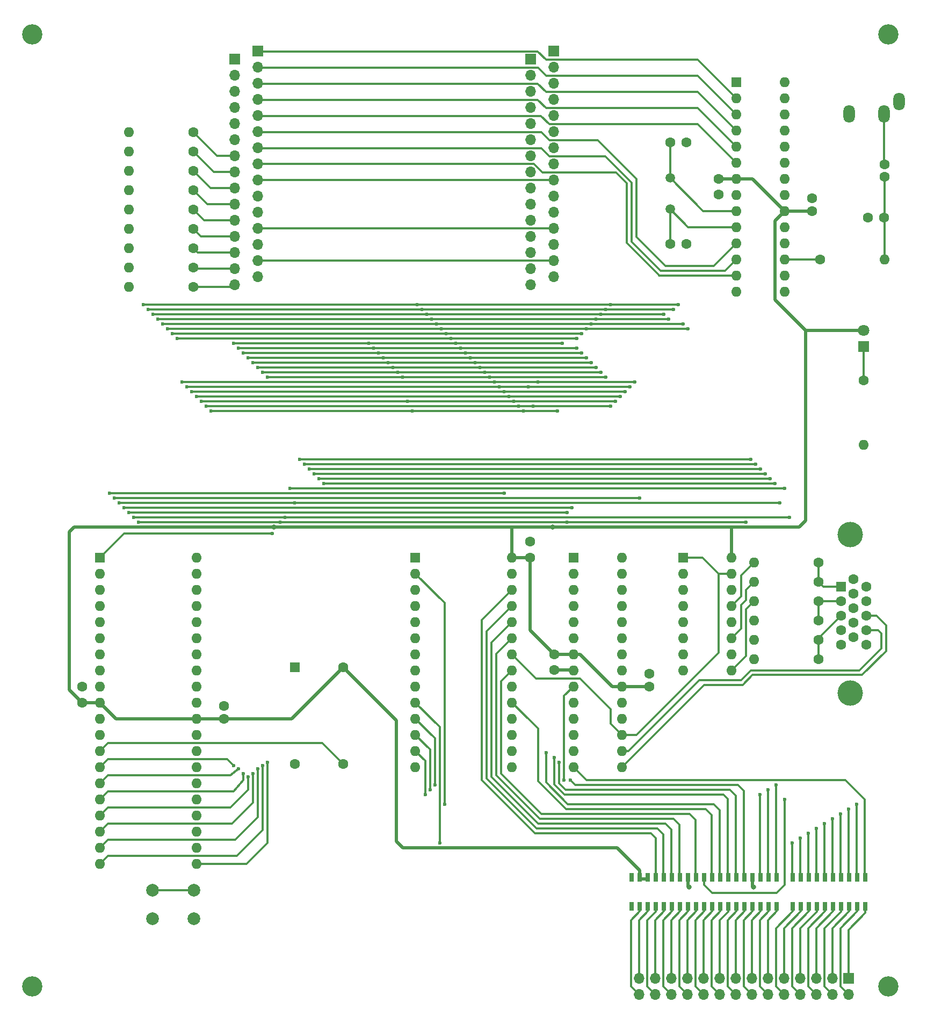
<source format=gbr>
%TF.GenerationSoftware,KiCad,Pcbnew,(5.99.0-7356-g63088e8bdb)*%
%TF.CreationDate,2020-12-15T21:08:53+08:00*%
%TF.ProjectId,DaughterBoard,44617567-6874-4657-9242-6f6172642e6b,rev?*%
%TF.SameCoordinates,Original*%
%TF.FileFunction,Copper,L1,Top*%
%TF.FilePolarity,Positive*%
%FSLAX46Y46*%
G04 Gerber Fmt 4.6, Leading zero omitted, Abs format (unit mm)*
G04 Created by KiCad (PCBNEW (5.99.0-7356-g63088e8bdb)) date 2020-12-15 21:08:53*
%MOMM*%
%LPD*%
G01*
G04 APERTURE LIST*
%TA.AperFunction,ComponentPad*%
%ADD10C,1.600000*%
%TD*%
%TA.AperFunction,ComponentPad*%
%ADD11O,1.600000X1.600000*%
%TD*%
%TA.AperFunction,ComponentPad*%
%ADD12C,3.200000*%
%TD*%
%TA.AperFunction,ComponentPad*%
%ADD13C,2.000000*%
%TD*%
%TA.AperFunction,ComponentPad*%
%ADD14R,1.600000X1.600000*%
%TD*%
%TA.AperFunction,ComponentPad*%
%ADD15R,1.700000X1.700000*%
%TD*%
%TA.AperFunction,ComponentPad*%
%ADD16O,1.700000X1.700000*%
%TD*%
%TA.AperFunction,SMDPad,CuDef*%
%ADD17R,0.660000X1.350000*%
%TD*%
%TA.AperFunction,ComponentPad*%
%ADD18C,1.500000*%
%TD*%
%TA.AperFunction,ComponentPad*%
%ADD19R,1.800000X1.800000*%
%TD*%
%TA.AperFunction,ComponentPad*%
%ADD20C,1.800000*%
%TD*%
%TA.AperFunction,ComponentPad*%
%ADD21O,1.800000X2.800000*%
%TD*%
%TA.AperFunction,ComponentPad*%
%ADD22C,4.000000*%
%TD*%
%TA.AperFunction,ViaPad*%
%ADD23C,0.800000*%
%TD*%
%TA.AperFunction,ViaPad*%
%ADD24C,0.600000*%
%TD*%
%TA.AperFunction,Conductor*%
%ADD25C,0.500000*%
%TD*%
%TA.AperFunction,Conductor*%
%ADD26C,0.300000*%
%TD*%
G04 APERTURE END LIST*
D10*
%TO.P,R13,1*%
%TO.N,BLUE*%
X153924000Y-126492000D03*
D11*
%TO.P,R13,2*%
%TO.N,Net-(R13-Pad2)*%
X143764000Y-126492000D03*
%TD*%
D10*
%TO.P,R7,1*%
%TO.N,/A010*%
X55372000Y-58674000D03*
D11*
%TO.P,R7,2*%
%TO.N,GND*%
X45212000Y-58674000D03*
%TD*%
D12*
%TO.P,H3,1,1*%
%TO.N,GND*%
X29973000Y-181102000D03*
%TD*%
D13*
%TO.P,SW1,1,1*%
%TO.N,GND*%
X48945800Y-170463600D03*
X55445800Y-170463600D03*
%TO.P,SW1,2,2*%
%TO.N,RESET*%
X55445800Y-165963600D03*
X48945800Y-165963600D03*
%TD*%
D14*
%TO.P,U1,1,~RESET~/PC6*%
%TO.N,RESET*%
X140970000Y-38608000D03*
D11*
%TO.P,U1,2,PD0*%
%TO.N,/D00*%
X140970000Y-41148000D03*
%TO.P,U1,3,PD1*%
%TO.N,/D01*%
X140970000Y-43688000D03*
%TO.P,U1,4,PD2*%
%TO.N,/D02*%
X140970000Y-46228000D03*
%TO.P,U1,5,PD3*%
%TO.N,/D03*%
X140970000Y-48768000D03*
%TO.P,U1,6,PD4*%
%TO.N,/D04*%
X140970000Y-51308000D03*
%TO.P,U1,7,VCC*%
%TO.N,+5V*%
X140970000Y-53848000D03*
%TO.P,U1,8,GND*%
%TO.N,GND*%
X140970000Y-56388000D03*
%TO.P,U1,9,XTAL1/PB6*%
%TO.N,XTAL1*%
X140970000Y-58928000D03*
%TO.P,U1,10,XTAL2/PB7*%
%TO.N,XTAL2*%
X140970000Y-61468000D03*
%TO.P,U1,11,PD5*%
%TO.N,/D05*%
X140970000Y-64008000D03*
%TO.P,U1,12,PD6*%
%TO.N,/D06*%
X140970000Y-66548000D03*
%TO.P,U1,13,PD7*%
%TO.N,/D07*%
X140970000Y-69088000D03*
%TO.P,U1,14,PB0*%
%TO.N,no_connect_114*%
X140970000Y-71628000D03*
%TO.P,U1,15,PB1*%
%TO.N,/RW*%
X148590000Y-71628000D03*
%TO.P,U1,16,PB2*%
%TO.N,/PORT1B*%
X148590000Y-69088000D03*
%TO.P,U1,17,PB3*%
%TO.N,AUDIO*%
X148590000Y-66548000D03*
%TO.P,U1,18,PB4*%
%TO.N,/CLOCK*%
X148590000Y-64008000D03*
%TO.P,U1,19,PB5*%
%TO.N,no_connect_115*%
X148590000Y-61468000D03*
%TO.P,U1,20,AVCC*%
%TO.N,+5V*%
X148590000Y-58928000D03*
%TO.P,U1,21,AREF*%
%TO.N,GND*%
X148590000Y-56388000D03*
%TO.P,U1,22,GND*%
X148590000Y-53848000D03*
%TO.P,U1,23,PC0*%
%TO.N,/A00*%
X148590000Y-51308000D03*
%TO.P,U1,24,PC1*%
%TO.N,/A01*%
X148590000Y-48768000D03*
%TO.P,U1,25,PC2*%
%TO.N,/A02*%
X148590000Y-46228000D03*
%TO.P,U1,26,PC3*%
%TO.N,/A03*%
X148590000Y-43688000D03*
%TO.P,U1,27,PC4*%
%TO.N,/A04*%
X148590000Y-41148000D03*
%TO.P,U1,28,PC5*%
%TO.N,/A05*%
X148590000Y-38608000D03*
%TD*%
D14*
%TO.P,X1,1,NC*%
%TO.N,no_connect_121*%
X71374000Y-130810000D03*
D10*
%TO.P,X1,7,GND*%
%TO.N,GND*%
X71374000Y-146050000D03*
%TO.P,X1,8,OUT*%
%TO.N,CLOCK2*%
X78994000Y-146050000D03*
%TO.P,X1,14,Vcc*%
%TO.N,+5V*%
X78994000Y-130810000D03*
%TD*%
D15*
%TO.P,J2,1,Pin_1*%
%TO.N,Net-(J1-Pad2)*%
X158660000Y-179832000D03*
D16*
%TO.P,J2,2,Pin_2*%
%TO.N,Net-(J1-Pad4)*%
X158660000Y-182372000D03*
%TO.P,J2,3,Pin_3*%
%TO.N,Net-(J1-Pad6)*%
X156120000Y-179832000D03*
%TO.P,J2,4,Pin_4*%
%TO.N,Net-(J1-Pad8)*%
X156120000Y-182372000D03*
%TO.P,J2,5,Pin_5*%
%TO.N,Net-(J1-Pad10)*%
X153580000Y-179832000D03*
%TO.P,J2,6,Pin_6*%
%TO.N,Net-(J1-Pad12)*%
X153580000Y-182372000D03*
%TO.P,J2,7,Pin_7*%
%TO.N,Net-(J1-Pad14)*%
X151040000Y-179832000D03*
%TO.P,J2,8,Pin_8*%
%TO.N,Net-(J1-Pad16)*%
X151040000Y-182372000D03*
%TO.P,J2,9,Pin_9*%
%TO.N,Net-(J1-Pad18)*%
X148500000Y-179832000D03*
%TO.P,J2,10,Pin_10*%
%TO.N,Net-(J1-Pad20)*%
X148500000Y-182372000D03*
%TO.P,J2,11,Pin_11*%
%TO.N,Net-(J1-Pad24)*%
X145960000Y-179832000D03*
%TO.P,J2,12,Pin_12*%
%TO.N,Net-(J1-Pad26)*%
X145960000Y-182372000D03*
%TO.P,J2,13,Pin_13*%
%TO.N,Net-(J1-Pad28)*%
X143420000Y-179832000D03*
%TO.P,J2,14,Pin_14*%
%TO.N,Net-(J1-Pad30)*%
X143420000Y-182372000D03*
%TO.P,J2,15,Pin_15*%
%TO.N,Net-(J1-Pad32)*%
X140880000Y-179832000D03*
%TO.P,J2,16,Pin_16*%
%TO.N,Net-(J1-Pad34)*%
X140880000Y-182372000D03*
%TO.P,J2,17,Pin_17*%
%TO.N,Net-(J1-Pad36)*%
X138340000Y-179832000D03*
%TO.P,J2,18,Pin_18*%
%TO.N,Net-(J1-Pad38)*%
X138340000Y-182372000D03*
%TO.P,J2,19,Pin_19*%
%TO.N,Net-(J1-Pad40)*%
X135800000Y-179832000D03*
%TO.P,J2,20,Pin_20*%
%TO.N,Net-(J1-Pad42)*%
X135800000Y-182372000D03*
%TO.P,J2,21,Pin_21*%
%TO.N,Net-(J1-Pad44)*%
X133260000Y-179832000D03*
%TO.P,J2,22,Pin_22*%
%TO.N,Net-(J1-Pad46)*%
X133260000Y-182372000D03*
%TO.P,J2,23,Pin_23*%
%TO.N,Net-(J1-Pad48)*%
X130720000Y-179832000D03*
%TO.P,J2,24,Pin_24*%
%TO.N,Net-(J1-Pad50)*%
X130720000Y-182372000D03*
%TO.P,J2,25,Pin_25*%
%TO.N,Net-(J1-Pad52)*%
X128180000Y-179832000D03*
%TO.P,J2,26,Pin_26*%
%TO.N,Net-(J1-Pad54)*%
X128180000Y-182372000D03*
%TO.P,J2,27,Pin_27*%
%TO.N,Net-(J1-Pad56)*%
X125640000Y-179832000D03*
%TO.P,J2,28,Pin_28*%
%TO.N,Net-(J1-Pad58)*%
X125640000Y-182372000D03*
%TD*%
D10*
%TO.P,C9,1*%
%TO.N,+5V*%
X127254000Y-133858000D03*
%TO.P,C9,2*%
%TO.N,GND*%
X127254000Y-131858000D03*
%TD*%
%TO.P,C10,1*%
%TO.N,+5V*%
X112268000Y-128778000D03*
%TO.P,C10,2*%
%TO.N,GND*%
X112268000Y-131278000D03*
%TD*%
%TO.P,R16,1*%
%TO.N,RED*%
X153924000Y-117348000D03*
D11*
%TO.P,R16,2*%
%TO.N,Net-(R16-Pad2)*%
X143764000Y-117348000D03*
%TD*%
D17*
%TO.P,J1,1,Pin_1*%
%TO.N,/A14*%
X161327000Y-163957000D03*
%TO.P,J1,2,Pin_2*%
%TO.N,Net-(J1-Pad2)*%
X161327000Y-168557000D03*
%TO.P,J1,3,Pin_3*%
%TO.N,/A12*%
X160057000Y-163957000D03*
%TO.P,J1,4,Pin_4*%
%TO.N,Net-(J1-Pad4)*%
X160057000Y-168557000D03*
%TO.P,J1,5,Pin_5*%
%TO.N,/A7*%
X158787000Y-163957000D03*
%TO.P,J1,6,Pin_6*%
%TO.N,Net-(J1-Pad6)*%
X158787000Y-168557000D03*
%TO.P,J1,7,Pin_7*%
%TO.N,/A6*%
X157517000Y-163957000D03*
%TO.P,J1,8,Pin_8*%
%TO.N,Net-(J1-Pad8)*%
X157517000Y-168557000D03*
%TO.P,J1,9,Pin_9*%
%TO.N,/A5*%
X156247000Y-163957000D03*
%TO.P,J1,10,Pin_10*%
%TO.N,Net-(J1-Pad10)*%
X156247000Y-168557000D03*
%TO.P,J1,11,Pin_11*%
%TO.N,/A4*%
X154977000Y-163957000D03*
%TO.P,J1,12,Pin_12*%
%TO.N,Net-(J1-Pad12)*%
X154977000Y-168557000D03*
%TO.P,J1,13,Pin_13*%
%TO.N,/A3*%
X153707000Y-163957000D03*
%TO.P,J1,14,Pin_14*%
%TO.N,Net-(J1-Pad14)*%
X153707000Y-168557000D03*
%TO.P,J1,15,Pin_15*%
%TO.N,/A2*%
X152437000Y-163957000D03*
%TO.P,J1,16,Pin_16*%
%TO.N,Net-(J1-Pad16)*%
X152437000Y-168557000D03*
%TO.P,J1,17,Pin_17*%
%TO.N,/A1*%
X151167000Y-163957000D03*
%TO.P,J1,18,Pin_18*%
%TO.N,Net-(J1-Pad18)*%
X151167000Y-168557000D03*
%TO.P,J1,19,Pin_19*%
%TO.N,/A0*%
X149897000Y-163957000D03*
%TO.P,J1,20,Pin_20*%
%TO.N,Net-(J1-Pad20)*%
X149897000Y-168557000D03*
%TO.P,J1,23,Pin_23*%
%TO.N,/D0*%
X147357000Y-163957000D03*
%TO.P,J1,24,Pin_24*%
%TO.N,Net-(J1-Pad24)*%
X147357000Y-168557000D03*
%TO.P,J1,25,Pin_25*%
%TO.N,/D1*%
X146087000Y-163957000D03*
%TO.P,J1,26,Pin_26*%
%TO.N,Net-(J1-Pad26)*%
X146087000Y-168557000D03*
%TO.P,J1,27,Pin_27*%
%TO.N,/D2*%
X144817000Y-163957000D03*
%TO.P,J1,28,Pin_28*%
%TO.N,Net-(J1-Pad28)*%
X144817000Y-168557000D03*
%TO.P,J1,29,Pin_29*%
%TO.N,GND*%
X143547000Y-163957000D03*
%TO.P,J1,30,Pin_30*%
%TO.N,Net-(J1-Pad30)*%
X143547000Y-168557000D03*
%TO.P,J1,31,Pin_31*%
%TO.N,/D3*%
X142277000Y-163957000D03*
%TO.P,J1,32,Pin_32*%
%TO.N,Net-(J1-Pad32)*%
X142277000Y-168557000D03*
%TO.P,J1,33,Pin_33*%
%TO.N,/D4*%
X141007000Y-163957000D03*
%TO.P,J1,34,Pin_34*%
%TO.N,Net-(J1-Pad34)*%
X141007000Y-168557000D03*
%TO.P,J1,35,Pin_35*%
%TO.N,/D5*%
X139737000Y-163957000D03*
%TO.P,J1,36,Pin_36*%
%TO.N,Net-(J1-Pad36)*%
X139737000Y-168557000D03*
%TO.P,J1,37,Pin_37*%
%TO.N,/D6*%
X138467000Y-163957000D03*
%TO.P,J1,38,Pin_38*%
%TO.N,Net-(J1-Pad38)*%
X138467000Y-168557000D03*
%TO.P,J1,39,Pin_39*%
%TO.N,/D7*%
X137197000Y-163957000D03*
%TO.P,J1,40,Pin_40*%
%TO.N,Net-(J1-Pad40)*%
X137197000Y-168557000D03*
%TO.P,J1,41,Pin_41*%
%TO.N,ROMB*%
X135927000Y-163957000D03*
%TO.P,J1,42,Pin_42*%
%TO.N,Net-(J1-Pad42)*%
X135927000Y-168557000D03*
%TO.P,J1,43,Pin_43*%
%TO.N,/A10*%
X134657000Y-163957000D03*
%TO.P,J1,44,Pin_44*%
%TO.N,Net-(J1-Pad44)*%
X134657000Y-168557000D03*
%TO.P,J1,45,Pin_45*%
%TO.N,GND*%
X133387000Y-163957000D03*
%TO.P,J1,46,Pin_46*%
%TO.N,Net-(J1-Pad46)*%
X133387000Y-168557000D03*
%TO.P,J1,47,Pin_47*%
%TO.N,/A11*%
X132117000Y-163957000D03*
%TO.P,J1,48,Pin_48*%
%TO.N,Net-(J1-Pad48)*%
X132117000Y-168557000D03*
%TO.P,J1,49,Pin_49*%
%TO.N,/A9*%
X130847000Y-163957000D03*
%TO.P,J1,50,Pin_50*%
%TO.N,Net-(J1-Pad50)*%
X130847000Y-168557000D03*
%TO.P,J1,51,Pin_51*%
%TO.N,/A8*%
X129577000Y-163957000D03*
%TO.P,J1,52,Pin_52*%
%TO.N,Net-(J1-Pad52)*%
X129577000Y-168557000D03*
%TO.P,J1,53,Pin_53*%
%TO.N,/A13*%
X128307000Y-163957000D03*
%TO.P,J1,54,Pin_54*%
%TO.N,Net-(J1-Pad54)*%
X128307000Y-168557000D03*
%TO.P,J1,55,Pin_55*%
%TO.N,+5V*%
X127037000Y-163957000D03*
%TO.P,J1,56,Pin_56*%
%TO.N,Net-(J1-Pad56)*%
X127037000Y-168557000D03*
%TO.P,J1,57,Pin_57*%
%TO.N,+5V*%
X125767000Y-163957000D03*
%TO.P,J1,58,Pin_58*%
%TO.N,Net-(J1-Pad58)*%
X125767000Y-168557000D03*
%TO.P,J1,59,Pin_59*%
%TO.N,no_connect_107*%
X124497000Y-163957000D03*
%TO.P,J1,60,Pin_60*%
%TO.N,no_connect_108*%
X124497000Y-168557000D03*
%TD*%
D18*
%TO.P,Y1,1,1*%
%TO.N,XTAL2*%
X130556000Y-58637000D03*
%TO.P,Y1,2,2*%
%TO.N,XTAL1*%
X130556000Y-53737000D03*
%TD*%
D19*
%TO.P,D1,1,K*%
%TO.N,Net-(D1-Pad1)*%
X161036000Y-80264000D03*
D20*
%TO.P,D1,2,A*%
%TO.N,+5V*%
X161036000Y-77724000D03*
%TD*%
D10*
%TO.P,R14,1*%
%TO.N,GREEN*%
X153924000Y-123444000D03*
D11*
%TO.P,R14,2*%
%TO.N,Net-(R14-Pad2)*%
X143764000Y-123444000D03*
%TD*%
D10*
%TO.P,R15,1*%
%TO.N,GREEN*%
X153924000Y-120396000D03*
D11*
%TO.P,R15,2*%
%TO.N,Net-(R15-Pad2)*%
X143764000Y-120396000D03*
%TD*%
D14*
%TO.P,U4,1,~RESET~/PC6*%
%TO.N,RESET*%
X115276000Y-113538000D03*
D11*
%TO.P,U4,2,PD0*%
%TO.N,/A0*%
X115276000Y-116078000D03*
%TO.P,U4,3,PD1*%
%TO.N,/A1*%
X115276000Y-118618000D03*
%TO.P,U4,4,PD2*%
%TO.N,/A2*%
X115276000Y-121158000D03*
%TO.P,U4,5,PD3*%
%TO.N,/A3*%
X115276000Y-123698000D03*
%TO.P,U4,6,PD4*%
%TO.N,/A4*%
X115276000Y-126238000D03*
%TO.P,U4,7,VCC*%
%TO.N,+5V*%
X115276000Y-128778000D03*
%TO.P,U4,8,GND*%
%TO.N,GND*%
X115276000Y-131318000D03*
%TO.P,U4,9,XTAL1/PB6*%
%TO.N,CLOCK2*%
X115276000Y-133858000D03*
%TO.P,U4,10,XTAL2/PB7*%
%TO.N,no_connect_119*%
X115276000Y-136398000D03*
%TO.P,U4,11,PD5*%
%TO.N,/A5*%
X115276000Y-138938000D03*
%TO.P,U4,12,PD6*%
%TO.N,/A6*%
X115276000Y-141478000D03*
%TO.P,U4,13,PD7*%
%TO.N,/A7*%
X115276000Y-144018000D03*
%TO.P,U4,14,PB0*%
%TO.N,/A14*%
X115276000Y-146558000D03*
%TO.P,U4,15,PB1*%
%TO.N,HSYNC*%
X122896000Y-146558000D03*
%TO.P,U4,16,PB2*%
%TO.N,VSYNC*%
X122896000Y-144018000D03*
%TO.P,U4,17,PB3*%
%TO.N,HLINE*%
X122896000Y-141478000D03*
%TO.P,U4,18,PB4*%
%TO.N,VBLANK*%
X122896000Y-138938000D03*
%TO.P,U4,19,PB5*%
%TO.N,no_connect_120*%
X122896000Y-136398000D03*
%TO.P,U4,20,AVCC*%
%TO.N,+5V*%
X122896000Y-133858000D03*
%TO.P,U4,21,AREF*%
%TO.N,GND*%
X122896000Y-131318000D03*
%TO.P,U4,22,GND*%
X122896000Y-128778000D03*
%TO.P,U4,23,PC0*%
%TO.N,/A8*%
X122896000Y-126238000D03*
%TO.P,U4,24,PC1*%
%TO.N,/A9*%
X122896000Y-123698000D03*
%TO.P,U4,25,PC2*%
%TO.N,/A10*%
X122896000Y-121158000D03*
%TO.P,U4,26,PC3*%
%TO.N,/A11*%
X122896000Y-118618000D03*
%TO.P,U4,27,PC4*%
%TO.N,/A12*%
X122896000Y-116078000D03*
%TO.P,U4,28,PC5*%
%TO.N,/A13*%
X122896000Y-113538000D03*
%TD*%
D10*
%TO.P,R17,1*%
%TO.N,RED*%
X153924000Y-114300000D03*
D11*
%TO.P,R17,2*%
%TO.N,Net-(R17-Pad2)*%
X143764000Y-114300000D03*
%TD*%
D10*
%TO.P,R6,1*%
%TO.N,/A09*%
X55372000Y-55626000D03*
D11*
%TO.P,R6,2*%
%TO.N,GND*%
X45212000Y-55626000D03*
%TD*%
D14*
%TO.P,U2,1,PB0*%
%TO.N,ROMB*%
X40640000Y-113538000D03*
D11*
%TO.P,U2,2,PB1*%
%TO.N,WRAM*%
X40640000Y-116078000D03*
%TO.P,U2,3,PB2*%
%TO.N,VBLANK*%
X40640000Y-118618000D03*
%TO.P,U2,4,PB3*%
%TO.N,/RW*%
X40640000Y-121158000D03*
%TO.P,U2,5,PB4*%
%TO.N,/PORT2B*%
X40640000Y-123698000D03*
%TO.P,U2,6,PB5*%
%TO.N,/NMIB*%
X40640000Y-126238000D03*
%TO.P,U2,7,PB6*%
%TO.N,/CLOCK*%
X40640000Y-128778000D03*
%TO.P,U2,8,PB7*%
%TO.N,no_connect_118*%
X40640000Y-131318000D03*
%TO.P,U2,9,~RESET*%
%TO.N,RESET*%
X40640000Y-133858000D03*
%TO.P,U2,10,VCC*%
%TO.N,+5V*%
X40640000Y-136398000D03*
%TO.P,U2,11,GND*%
%TO.N,GND*%
X40640000Y-138938000D03*
%TO.P,U2,12,XTAL2*%
%TO.N,no_connect_116*%
X40640000Y-141478000D03*
%TO.P,U2,13,XTAL1*%
%TO.N,CLOCK2*%
X40640000Y-144018000D03*
%TO.P,U2,14,PD0*%
%TO.N,/A0*%
X40640000Y-146558000D03*
%TO.P,U2,15,PD1*%
%TO.N,/A1*%
X40640000Y-149098000D03*
%TO.P,U2,16,PD2*%
%TO.N,/A2*%
X40640000Y-151638000D03*
%TO.P,U2,17,PD3*%
%TO.N,/A3*%
X40640000Y-154178000D03*
%TO.P,U2,18,PD4*%
%TO.N,/A4*%
X40640000Y-156718000D03*
%TO.P,U2,19,PD5*%
%TO.N,/A5*%
X40640000Y-159258000D03*
%TO.P,U2,20,PD6*%
%TO.N,/A6*%
X40640000Y-161798000D03*
%TO.P,U2,21,PD7*%
%TO.N,/A7*%
X55880000Y-161798000D03*
%TO.P,U2,22,PC0*%
%TO.N,/D0*%
X55880000Y-159258000D03*
%TO.P,U2,23,PC1*%
%TO.N,/D1*%
X55880000Y-156718000D03*
%TO.P,U2,24,PC2*%
%TO.N,/D2*%
X55880000Y-154178000D03*
%TO.P,U2,25,PC3*%
%TO.N,/D3*%
X55880000Y-151638000D03*
%TO.P,U2,26,PC4*%
%TO.N,/D4*%
X55880000Y-149098000D03*
%TO.P,U2,27,PC5*%
%TO.N,/D5*%
X55880000Y-146558000D03*
%TO.P,U2,28,PC6*%
%TO.N,/D6*%
X55880000Y-144018000D03*
%TO.P,U2,29,PC7*%
%TO.N,/D7*%
X55880000Y-141478000D03*
%TO.P,U2,30,AVCC*%
%TO.N,+5V*%
X55880000Y-138938000D03*
%TO.P,U2,31,GND*%
%TO.N,GND*%
X55880000Y-136398000D03*
%TO.P,U2,32,AREF*%
X55880000Y-133858000D03*
%TO.P,U2,33,PA7*%
%TO.N,no_connect_117*%
X55880000Y-131318000D03*
%TO.P,U2,34,PA6*%
%TO.N,/A14*%
X55880000Y-128778000D03*
%TO.P,U2,35,PA5*%
%TO.N,/A13*%
X55880000Y-126238000D03*
%TO.P,U2,36,PA4*%
%TO.N,/A12*%
X55880000Y-123698000D03*
%TO.P,U2,37,PA3*%
%TO.N,/A11*%
X55880000Y-121158000D03*
%TO.P,U2,38,PA2*%
%TO.N,/A10*%
X55880000Y-118618000D03*
%TO.P,U2,39,PA1*%
%TO.N,/A9*%
X55880000Y-116078000D03*
%TO.P,U2,40,PA0*%
%TO.N,/A8*%
X55880000Y-113538000D03*
%TD*%
D10*
%TO.P,R9,1*%
%TO.N,/A012*%
X55372000Y-64770000D03*
D11*
%TO.P,R9,2*%
%TO.N,GND*%
X45212000Y-64770000D03*
%TD*%
D12*
%TO.P,H4,1,1*%
%TO.N,GND*%
X164973000Y-181102000D03*
%TD*%
D10*
%TO.P,R8,1*%
%TO.N,/A011*%
X55372000Y-61722000D03*
D11*
%TO.P,R8,2*%
%TO.N,GND*%
X45212000Y-61722000D03*
%TD*%
D21*
%TO.P,J5,R*%
%TO.N,N/C*%
X158724000Y-43656000D03*
%TO.P,J5,S*%
%TO.N,GND*%
X166624000Y-41656000D03*
%TO.P,J5,T*%
%TO.N,Net-(C6-Pad1)*%
X164224000Y-43656000D03*
%TD*%
D10*
%TO.P,C5,1*%
%TO.N,Net-(C5-Pad1)*%
X164219321Y-59954905D03*
%TO.P,C5,2*%
%TO.N,GND*%
X161719321Y-59954905D03*
%TD*%
%TO.P,C6,1*%
%TO.N,Net-(C6-Pad1)*%
X164338000Y-51562000D03*
%TO.P,C6,2*%
%TO.N,Net-(C5-Pad1)*%
X164338000Y-53562000D03*
%TD*%
%TO.P,R11,1*%
%TO.N,/A014*%
X55372000Y-70866000D03*
D11*
%TO.P,R11,2*%
%TO.N,GND*%
X45212000Y-70866000D03*
%TD*%
D10*
%TO.P,C4,1*%
%TO.N,+5V*%
X138176000Y-53848000D03*
%TO.P,C4,2*%
%TO.N,GND*%
X138176000Y-56348000D03*
%TD*%
%TO.P,R2,1*%
%TO.N,AUDIO*%
X154200401Y-66548000D03*
D11*
%TO.P,R2,2*%
%TO.N,Net-(C5-Pad1)*%
X164360401Y-66548000D03*
%TD*%
D22*
%TO.P,J6,0*%
%TO.N,GND*%
X158900000Y-134925000D03*
X158900000Y-109925000D03*
D14*
%TO.P,J6,1*%
%TO.N,RED*%
X157480000Y-118110000D03*
D10*
%TO.P,J6,2*%
%TO.N,GREEN*%
X157480000Y-120400000D03*
%TO.P,J6,3*%
%TO.N,BLUE*%
X157480000Y-122690000D03*
%TO.P,J6,4*%
%TO.N,no_connect_113*%
X157480000Y-124980000D03*
%TO.P,J6,5*%
%TO.N,GND*%
X157480000Y-127270000D03*
%TO.P,J6,6*%
X159460000Y-116965000D03*
%TO.P,J6,7*%
X159460000Y-119255000D03*
%TO.P,J6,8*%
X159460000Y-121545000D03*
%TO.P,J6,9*%
X159460000Y-123835000D03*
%TO.P,J6,10*%
X159460000Y-126125000D03*
%TO.P,J6,11*%
%TO.N,no_connect_110*%
X161440000Y-118110000D03*
%TO.P,J6,12*%
%TO.N,no_connect_111*%
X161440000Y-120400000D03*
%TO.P,J6,13*%
%TO.N,HSYNC*%
X161440000Y-122690000D03*
%TO.P,J6,14*%
%TO.N,VSYNC*%
X161440000Y-124980000D03*
%TO.P,J6,15*%
%TO.N,no_connect_112*%
X161440000Y-127270000D03*
%TD*%
%TO.P,R4,1*%
%TO.N,/A07*%
X55372000Y-49530000D03*
D11*
%TO.P,R4,2*%
%TO.N,GND*%
X45212000Y-49530000D03*
%TD*%
D10*
%TO.P,C12,1*%
%TO.N,+5V*%
X108458000Y-113538000D03*
%TO.P,C12,2*%
%TO.N,GND*%
X108458000Y-111038000D03*
%TD*%
%TO.P,R1,1*%
%TO.N,Net-(D1-Pad1)*%
X161036000Y-85598000D03*
D11*
%TO.P,R1,2*%
%TO.N,GND*%
X161036000Y-95758000D03*
%TD*%
D10*
%TO.P,R10,1*%
%TO.N,/A013*%
X55372000Y-67818000D03*
D11*
%TO.P,R10,2*%
%TO.N,GND*%
X45212000Y-67818000D03*
%TD*%
D10*
%TO.P,C3,1*%
%TO.N,+5V*%
X152908000Y-58928000D03*
%TO.P,C3,2*%
%TO.N,GND*%
X152908000Y-56928000D03*
%TD*%
%TO.P,C8,1*%
%TO.N,XTAL1*%
X130556000Y-48149000D03*
%TO.P,C8,2*%
%TO.N,GND*%
X133056000Y-48149000D03*
%TD*%
D14*
%TO.P,U5,1,A14*%
%TO.N,/A14*%
X90364000Y-113538000D03*
D11*
%TO.P,U5,2,A12*%
%TO.N,/A12*%
X90364000Y-116078000D03*
%TO.P,U5,3,A7*%
%TO.N,/A7*%
X90364000Y-118618000D03*
%TO.P,U5,4,A6*%
%TO.N,/A6*%
X90364000Y-121158000D03*
%TO.P,U5,5,A5*%
%TO.N,/A5*%
X90364000Y-123698000D03*
%TO.P,U5,6,A4*%
%TO.N,/A4*%
X90364000Y-126238000D03*
%TO.P,U5,7,A3*%
%TO.N,/A3*%
X90364000Y-128778000D03*
%TO.P,U5,8,A2*%
%TO.N,/A2*%
X90364000Y-131318000D03*
%TO.P,U5,9,A1*%
%TO.N,/A1*%
X90364000Y-133858000D03*
%TO.P,U5,10,A0*%
%TO.N,/A0*%
X90364000Y-136398000D03*
%TO.P,U5,11,Q0*%
%TO.N,/D0*%
X90364000Y-138938000D03*
%TO.P,U5,12,Q1*%
%TO.N,/D1*%
X90364000Y-141478000D03*
%TO.P,U5,13,Q2*%
%TO.N,/D2*%
X90364000Y-144018000D03*
%TO.P,U5,14,GND*%
%TO.N,GND*%
X90364000Y-146558000D03*
%TO.P,U5,15,Q3*%
%TO.N,/D3*%
X105604000Y-146558000D03*
%TO.P,U5,16,Q4*%
%TO.N,/D4*%
X105604000Y-144018000D03*
%TO.P,U5,17,Q5*%
%TO.N,/D5*%
X105604000Y-141478000D03*
%TO.P,U5,18,Q6*%
%TO.N,/D6*%
X105604000Y-138938000D03*
%TO.P,U5,19,Q7*%
%TO.N,/D7*%
X105604000Y-136398000D03*
%TO.P,U5,20,~CS*%
%TO.N,GND*%
X105604000Y-133858000D03*
%TO.P,U5,21,A10*%
%TO.N,/A10*%
X105604000Y-131318000D03*
%TO.P,U5,22,~OE*%
%TO.N,HLINE*%
X105604000Y-128778000D03*
%TO.P,U5,23,A11*%
%TO.N,/A11*%
X105604000Y-126238000D03*
%TO.P,U5,24,A9*%
%TO.N,/A9*%
X105604000Y-123698000D03*
%TO.P,U5,25,A8*%
%TO.N,/A8*%
X105604000Y-121158000D03*
%TO.P,U5,26,A13*%
%TO.N,/A13*%
X105604000Y-118618000D03*
%TO.P,U5,27,~WE*%
%TO.N,WRAM*%
X105604000Y-116078000D03*
%TO.P,U5,28,VCC*%
%TO.N,+5V*%
X105604000Y-113538000D03*
%TD*%
D10*
%TO.P,R3,1*%
%TO.N,/A06*%
X55372000Y-46482000D03*
D11*
%TO.P,R3,2*%
%TO.N,GND*%
X45212000Y-46482000D03*
%TD*%
D10*
%TO.P,R12,1*%
%TO.N,BLUE*%
X153924000Y-129540000D03*
D11*
%TO.P,R12,2*%
%TO.N,Net-(R12-Pad2)*%
X143764000Y-129540000D03*
%TD*%
D12*
%TO.P,H2,1,1*%
%TO.N,GND*%
X29973000Y-31102000D03*
%TD*%
D10*
%TO.P,C11,1*%
%TO.N,+5V*%
X60198000Y-138938000D03*
%TO.P,C11,2*%
%TO.N,GND*%
X60198000Y-136938000D03*
%TD*%
D14*
%TO.P,U6,1,E1*%
%TO.N,HLINE*%
X132588000Y-113538000D03*
D11*
%TO.P,U6,2,I1*%
%TO.N,/D0*%
X132588000Y-116078000D03*
%TO.P,U6,3,O1*%
%TO.N,Net-(R12-Pad2)*%
X132588000Y-118618000D03*
%TO.P,U6,4,I2*%
%TO.N,/D1*%
X132588000Y-121158000D03*
%TO.P,U6,5,O2*%
%TO.N,Net-(R13-Pad2)*%
X132588000Y-123698000D03*
%TO.P,U6,6,I3*%
%TO.N,/D2*%
X132588000Y-126238000D03*
%TO.P,U6,7,O3*%
%TO.N,Net-(R14-Pad2)*%
X132588000Y-128778000D03*
%TO.P,U6,8,GND*%
%TO.N,GND*%
X132588000Y-131318000D03*
%TO.P,U6,9,O4*%
%TO.N,Net-(R15-Pad2)*%
X140208000Y-131318000D03*
%TO.P,U6,10,I4*%
%TO.N,/D3*%
X140208000Y-128778000D03*
%TO.P,U6,11,O5*%
%TO.N,Net-(R16-Pad2)*%
X140208000Y-126238000D03*
%TO.P,U6,12,I5*%
%TO.N,/D4*%
X140208000Y-123698000D03*
%TO.P,U6,13,O6*%
%TO.N,Net-(R17-Pad2)*%
X140208000Y-121158000D03*
%TO.P,U6,14,I6*%
%TO.N,/D5*%
X140208000Y-118618000D03*
%TO.P,U6,15,E2*%
%TO.N,HLINE*%
X140208000Y-116078000D03*
%TO.P,U6,16,VCC*%
%TO.N,+5V*%
X140208000Y-113538000D03*
%TD*%
D10*
%TO.P,C14,1*%
%TO.N,+5V*%
X37846000Y-136398000D03*
%TO.P,C14,2*%
%TO.N,GND*%
X37846000Y-133898000D03*
%TD*%
%TO.P,R5,1*%
%TO.N,/A08*%
X55372000Y-52578000D03*
D11*
%TO.P,R5,2*%
%TO.N,GND*%
X45212000Y-52578000D03*
%TD*%
D12*
%TO.P,H1,1,1*%
%TO.N,GND*%
X164973000Y-31102000D03*
%TD*%
D10*
%TO.P,C7,1*%
%TO.N,XTAL2*%
X130556000Y-64151000D03*
%TO.P,C7,2*%
%TO.N,GND*%
X133056000Y-64151000D03*
%TD*%
D15*
%TO.P,J3,1,Pin_1*%
%TO.N,/D00*%
X65532000Y-33741000D03*
D16*
%TO.P,J3,2,Pin_2*%
%TO.N,/D01*%
X65532000Y-36281000D03*
%TO.P,J3,3,Pin_3*%
%TO.N,/D02*%
X65532000Y-38821000D03*
%TO.P,J3,4,Pin_4*%
%TO.N,/D03*%
X65532000Y-41361000D03*
%TO.P,J3,5,Pin_5*%
%TO.N,/D04*%
X65532000Y-43901000D03*
%TO.P,J3,6,Pin_6*%
%TO.N,/D05*%
X65532000Y-46441000D03*
%TO.P,J3,7,Pin_7*%
%TO.N,/D06*%
X65532000Y-48981000D03*
%TO.P,J3,8,Pin_8*%
%TO.N,/D07*%
X65532000Y-51521000D03*
%TO.P,J3,9,Pin_9*%
%TO.N,/RW*%
X65532000Y-54061000D03*
%TO.P,J3,10,Pin_10*%
%TO.N,/PORT1B*%
X65532000Y-56601000D03*
%TO.P,J3,11,Pin_11*%
%TO.N,no_connect_109*%
X65532000Y-59141000D03*
%TO.P,J3,12,Pin_12*%
%TO.N,/CLOCK*%
X65532000Y-61681000D03*
%TO.P,J3,13,Pin_13*%
%TO.N,GND*%
X65532000Y-64221000D03*
%TO.P,J3,14,Pin_14*%
%TO.N,RESET*%
X65532000Y-66761000D03*
%TO.P,J3,15,Pin_15*%
%TO.N,+5V*%
X65532000Y-69301000D03*
%TD*%
D15*
%TO.P,J7,1,Pin_1*%
%TO.N,/A00*%
X61917000Y-35011000D03*
D16*
%TO.P,J7,2,Pin_2*%
%TO.N,/A01*%
X61917000Y-37551000D03*
%TO.P,J7,3,Pin_3*%
%TO.N,/A02*%
X61917000Y-40091000D03*
%TO.P,J7,4,Pin_4*%
%TO.N,/A03*%
X61917000Y-42631000D03*
%TO.P,J7,5,Pin_5*%
%TO.N,/A04*%
X61917000Y-45171000D03*
%TO.P,J7,6,Pin_6*%
%TO.N,/A05*%
X61917000Y-47711000D03*
%TO.P,J7,7,Pin_7*%
%TO.N,/A06*%
X61917000Y-50251000D03*
%TO.P,J7,8,Pin_8*%
%TO.N,/A07*%
X61917000Y-52791000D03*
%TO.P,J7,9,Pin_9*%
%TO.N,/A08*%
X61917000Y-55331000D03*
%TO.P,J7,10,Pin_10*%
%TO.N,/A09*%
X61917000Y-57871000D03*
%TO.P,J7,11,Pin_11*%
%TO.N,/A010*%
X61917000Y-60411000D03*
%TO.P,J7,12,Pin_12*%
%TO.N,/A011*%
X61917000Y-62951000D03*
%TO.P,J7,13,Pin_13*%
%TO.N,/A012*%
X61917000Y-65491000D03*
%TO.P,J7,14,Pin_14*%
%TO.N,/A013*%
X61917000Y-68031000D03*
%TO.P,J7,15,Pin_15*%
%TO.N,/A014*%
X61917000Y-70571000D03*
%TD*%
D15*
%TO.P,J4,1,Pin_1*%
%TO.N,/D0*%
X112166400Y-33741000D03*
D16*
%TO.P,J4,2,Pin_2*%
%TO.N,/D1*%
X112166400Y-36281000D03*
%TO.P,J4,3,Pin_3*%
%TO.N,/D2*%
X112166400Y-38821000D03*
%TO.P,J4,4,Pin_4*%
%TO.N,/D3*%
X112166400Y-41361000D03*
%TO.P,J4,5,Pin_5*%
%TO.N,/D4*%
X112166400Y-43901000D03*
%TO.P,J4,6,Pin_6*%
%TO.N,/D5*%
X112166400Y-46441000D03*
%TO.P,J4,7,Pin_7*%
%TO.N,/D6*%
X112166400Y-48981000D03*
%TO.P,J4,8,Pin_8*%
%TO.N,/D7*%
X112166400Y-51521000D03*
%TO.P,J4,9,Pin_9*%
%TO.N,/RW*%
X112166400Y-54061000D03*
%TO.P,J4,10,Pin_10*%
%TO.N,/PORT2B*%
X112166400Y-56601000D03*
%TO.P,J4,11,Pin_11*%
%TO.N,/NMIB*%
X112166400Y-59141000D03*
%TO.P,J4,12,Pin_12*%
%TO.N,/CLOCK*%
X112166400Y-61681000D03*
%TO.P,J4,13,Pin_13*%
%TO.N,GND*%
X112166400Y-64221000D03*
%TO.P,J4,14,Pin_14*%
%TO.N,RESET*%
X112166400Y-66761000D03*
%TO.P,J4,15,Pin_15*%
%TO.N,+5V*%
X112166400Y-69301000D03*
%TD*%
D15*
%TO.P,J8,1,Pin_1*%
%TO.N,/A0*%
X108536843Y-35011000D03*
D16*
%TO.P,J8,2,Pin_2*%
%TO.N,/A1*%
X108536843Y-37551000D03*
%TO.P,J8,3,Pin_3*%
%TO.N,/A2*%
X108536843Y-40091000D03*
%TO.P,J8,4,Pin_4*%
%TO.N,/A3*%
X108536843Y-42631000D03*
%TO.P,J8,5,Pin_5*%
%TO.N,/A4*%
X108536843Y-45171000D03*
%TO.P,J8,6,Pin_6*%
%TO.N,/A5*%
X108536843Y-47711000D03*
%TO.P,J8,7,Pin_7*%
%TO.N,/A6*%
X108536843Y-50251000D03*
%TO.P,J8,8,Pin_8*%
%TO.N,/A7*%
X108536843Y-52791000D03*
%TO.P,J8,9,Pin_9*%
%TO.N,/A8*%
X108536843Y-55331000D03*
%TO.P,J8,10,Pin_10*%
%TO.N,/A9*%
X108536843Y-57871000D03*
%TO.P,J8,11,Pin_11*%
%TO.N,/A10*%
X108536843Y-60411000D03*
%TO.P,J8,12,Pin_12*%
%TO.N,/A11*%
X108536843Y-62951000D03*
%TO.P,J8,13,Pin_13*%
%TO.N,/A12*%
X108536843Y-65491000D03*
%TO.P,J8,14,Pin_14*%
%TO.N,/A13*%
X108536843Y-68031000D03*
%TO.P,J8,15,Pin_15*%
%TO.N,/A14*%
X108536843Y-70571000D03*
%TD*%
D23*
%TO.N,GND*%
X133514000Y-165495000D03*
X143674000Y-165495000D03*
%TO.N,+5V*%
X68072000Y-108712000D03*
X112014000Y-108712000D03*
D24*
%TO.N,RESET*%
X69088000Y-107950000D03*
X114300000Y-107950000D03*
X46736000Y-107950000D03*
X142494000Y-107950000D03*
%TO.N,/CLOCK*%
X45974000Y-107188000D03*
X149352000Y-107188000D03*
X69850000Y-107188000D03*
%TO.N,/PORT1B*%
X148590000Y-102616000D03*
X70612000Y-102616000D03*
%TO.N,/RW*%
X43688000Y-104902000D03*
X147828000Y-104902000D03*
X71374000Y-104902000D03*
%TO.N,/NMIB*%
X45212000Y-106426000D03*
X114300000Y-106426000D03*
%TO.N,/PORT2B*%
X44450000Y-105664000D03*
X115062000Y-105664000D03*
%TO.N,/D7*%
X52832000Y-78994000D03*
X96012000Y-78994000D03*
X115824000Y-78994000D03*
%TO.N,/D6*%
X95250000Y-78232000D03*
X116586000Y-78232000D03*
X110998000Y-144272000D03*
X52070000Y-78232000D03*
%TO.N,/D5*%
X112268000Y-145034000D03*
X51308000Y-77470000D03*
X117348000Y-77470000D03*
X94488000Y-77470000D03*
X133350000Y-77470000D03*
%TO.N,/D4*%
X113030000Y-145796000D03*
X118110000Y-76708000D03*
X93726000Y-76708000D03*
X50546000Y-76708000D03*
X132588000Y-76708000D03*
%TO.N,/D3*%
X92964000Y-75946000D03*
X130302000Y-75946000D03*
X49784000Y-75946000D03*
X114808000Y-148590000D03*
X118872000Y-75946000D03*
%TO.N,/D2*%
X144690000Y-150876000D03*
X91948000Y-150876000D03*
X92202000Y-75184000D03*
X49022000Y-75184000D03*
X119634000Y-75184000D03*
X129540000Y-75184000D03*
%TO.N,/D1*%
X131064000Y-74422000D03*
X91440000Y-74422000D03*
X92710000Y-150114000D03*
X120396000Y-74422000D03*
X48260000Y-74422000D03*
X145960000Y-150114000D03*
%TO.N,/D0*%
X47498000Y-73660000D03*
X131826000Y-73660000D03*
X93472000Y-149352000D03*
X121158000Y-73660000D03*
X147230000Y-149352000D03*
X90678000Y-73660000D03*
%TO.N,/A05*%
X143256000Y-98044000D03*
X72136000Y-98044000D03*
%TO.N,/A04*%
X72898000Y-98806000D03*
X144018000Y-98806000D03*
%TO.N,/A03*%
X144780000Y-99568000D03*
X73660000Y-99568000D03*
%TO.N,/A02*%
X145542000Y-100330000D03*
X74422000Y-100330000D03*
%TO.N,/A01*%
X146304000Y-101092000D03*
X75184000Y-101092000D03*
%TO.N,/A00*%
X147066000Y-101854000D03*
X75946000Y-101854000D03*
%TO.N,/A14*%
X112776000Y-90424000D03*
X89916000Y-90424000D03*
X58166000Y-90424000D03*
X107442000Y-90424000D03*
%TO.N,/A13*%
X106680000Y-89662000D03*
X57404000Y-89662000D03*
X108966000Y-89662000D03*
X121158000Y-89662000D03*
%TO.N,/A12*%
X121920000Y-88900000D03*
X56642000Y-88900000D03*
X105918000Y-88900000D03*
X94996000Y-152400000D03*
X159930000Y-152400000D03*
X89154000Y-88900000D03*
%TO.N,/A11*%
X55880000Y-88138000D03*
X122682000Y-88138000D03*
X105156000Y-88138000D03*
%TO.N,/A10*%
X104394000Y-87376000D03*
X55118000Y-87376000D03*
X123444000Y-87376000D03*
%TO.N,/A9*%
X108204000Y-86614000D03*
X54356000Y-86614000D03*
X124206000Y-86614000D03*
X103632000Y-86614000D03*
%TO.N,/A8*%
X124968000Y-85852000D03*
X102870000Y-85852000D03*
X109728000Y-85852000D03*
X53594000Y-85852000D03*
%TO.N,/A7*%
X88392000Y-85090000D03*
X158660000Y-153162000D03*
X67056000Y-85090000D03*
X120396000Y-85090000D03*
X67056000Y-145796000D03*
X102108000Y-85090000D03*
%TO.N,/A6*%
X101346000Y-84328000D03*
X119634000Y-84328000D03*
X66294000Y-84328000D03*
X66294000Y-146304000D03*
X87630000Y-84328000D03*
X157390000Y-153924000D03*
%TO.N,/A5*%
X156120000Y-154686000D03*
X65532000Y-83566000D03*
X86868000Y-83566000D03*
X65532000Y-146812000D03*
X118872000Y-83566000D03*
X100584000Y-83566000D03*
%TO.N,/A4*%
X86106000Y-82804000D03*
X99822000Y-82804000D03*
X64770000Y-82804000D03*
X64770000Y-147574000D03*
X118110000Y-82804000D03*
X154850000Y-155448000D03*
%TO.N,/A3*%
X99060000Y-82042000D03*
X85344000Y-82042000D03*
X64008000Y-148082000D03*
X153580000Y-156210000D03*
X64008000Y-82042000D03*
X117348000Y-82042000D03*
%TO.N,/A2*%
X116586000Y-81280000D03*
X63246000Y-147574000D03*
X152310000Y-156972000D03*
X98298000Y-81280000D03*
X63246000Y-81280000D03*
X84582000Y-81280000D03*
%TO.N,/A1*%
X97536000Y-80518000D03*
X115824000Y-80518000D03*
X62484000Y-80518000D03*
X83820000Y-80518000D03*
X62484000Y-146812000D03*
X151040000Y-157734000D03*
%TO.N,/A0*%
X61722000Y-146304000D03*
X113538000Y-79756000D03*
X149770000Y-158496000D03*
X61722000Y-79756000D03*
X94234000Y-158496000D03*
X83058000Y-79756000D03*
X96774000Y-79756000D03*
%TO.N,CLOCK2*%
X113792000Y-148590000D03*
%TO.N,VBLANK*%
X125730000Y-104140000D03*
X42926000Y-104140000D03*
%TO.N,WRAM*%
X42164000Y-103378000D03*
X104394000Y-103378000D03*
%TO.N,ROMB*%
X67818000Y-109728000D03*
X148590000Y-151638000D03*
%TD*%
D25*
%TO.N,GND*%
X133387000Y-165368000D02*
X133514000Y-165495000D01*
X143547000Y-165368000D02*
X143674000Y-165495000D01*
X143547000Y-164211000D02*
X143547000Y-165368000D01*
X112268000Y-131278000D02*
X115236000Y-131278000D01*
X133387000Y-164211000D02*
X133387000Y-165368000D01*
X115236000Y-131278000D02*
X115276000Y-131318000D01*
%TO.N,+5V*%
X125767000Y-164225000D02*
X127037000Y-164225000D01*
X116332000Y-128778000D02*
X121412000Y-133858000D01*
X148590000Y-58928000D02*
X152908000Y-58928000D01*
X55880000Y-138938000D02*
X60198000Y-138938000D01*
X40640000Y-136398000D02*
X43180000Y-138938000D01*
X147066000Y-72898000D02*
X149860000Y-75692000D01*
X43180000Y-138938000D02*
X55880000Y-138938000D01*
X125730000Y-162814000D02*
X122174000Y-159258000D01*
X35814000Y-134366000D02*
X37846000Y-136398000D01*
X149860000Y-75692000D02*
X151892000Y-77724000D01*
X125730000Y-163920000D02*
X125730000Y-162814000D01*
X151892000Y-107696000D02*
X150876000Y-108712000D01*
X147066000Y-60452000D02*
X147066000Y-72898000D01*
X105604000Y-113538000D02*
X108458000Y-113538000D01*
X148590000Y-58928000D02*
X147066000Y-60452000D01*
X150876000Y-108712000D02*
X140088000Y-108712000D01*
X36576000Y-108712000D02*
X35814000Y-109474000D01*
X105544000Y-108712000D02*
X36576000Y-108712000D01*
X151892000Y-77724000D02*
X151892000Y-107696000D01*
X112014000Y-108712000D02*
X105544000Y-108712000D01*
X140208000Y-108832000D02*
X140208000Y-113538000D01*
X105544000Y-113478000D02*
X105544000Y-108832000D01*
X88392000Y-159258000D02*
X87376000Y-158242000D01*
X140970000Y-53848000D02*
X143510000Y-53848000D01*
X87376000Y-158242000D02*
X87376000Y-139192000D01*
X60198000Y-138938000D02*
X70104000Y-138938000D01*
X112014000Y-108712000D02*
X140088000Y-108712000D01*
X125767000Y-163957000D02*
X125730000Y-163920000D01*
X158242000Y-77724000D02*
X161036000Y-77724000D01*
X160909000Y-77597000D02*
X161036000Y-77724000D01*
X115276000Y-128778000D02*
X116332000Y-128778000D01*
X122174000Y-159258000D02*
X88392000Y-159258000D01*
X143510000Y-53848000D02*
X148590000Y-58928000D01*
X105604000Y-113538000D02*
X105544000Y-113478000D01*
X112268000Y-128778000D02*
X115276000Y-128778000D01*
X70866000Y-138938000D02*
X78994000Y-130810000D01*
X37846000Y-136398000D02*
X40640000Y-136398000D01*
X108458000Y-113538000D02*
X108458000Y-124968000D01*
X108458000Y-124968000D02*
X112268000Y-128778000D01*
X35814000Y-109474000D02*
X35814000Y-134366000D01*
X138176000Y-53848000D02*
X140970000Y-53848000D01*
X121412000Y-133858000D02*
X122896000Y-133858000D01*
X87376000Y-139192000D02*
X78994000Y-130810000D01*
X151892000Y-77724000D02*
X158242000Y-77724000D01*
X70104000Y-138938000D02*
X70866000Y-138938000D01*
X160147000Y-77724000D02*
X161036000Y-77724000D01*
X122896000Y-133858000D02*
X127254000Y-133858000D01*
D26*
%TO.N,Net-(C5-Pad1)*%
X164219321Y-59954905D02*
X164360401Y-60095985D01*
X164338000Y-53562000D02*
X164338000Y-59836226D01*
X164338000Y-59836226D02*
X164219321Y-59954905D01*
X164360401Y-60095985D02*
X164360401Y-66548000D01*
%TO.N,Net-(C6-Pad1)*%
X164224000Y-43656000D02*
X164224000Y-51448000D01*
%TO.N,XTAL2*%
X130556000Y-58637000D02*
X133387000Y-61468000D01*
X130556000Y-58637000D02*
X130556000Y-64151000D01*
X133387000Y-61468000D02*
X140970000Y-61468000D01*
%TO.N,XTAL1*%
X135747000Y-58928000D02*
X140970000Y-58928000D01*
X130556000Y-48149000D02*
X130556000Y-53737000D01*
X130556000Y-53737000D02*
X135747000Y-58928000D01*
%TO.N,Net-(D1-Pad1)*%
X161036000Y-85598000D02*
X161036000Y-80264000D01*
%TO.N,RESET*%
X48945800Y-165963600D02*
X55445800Y-165963600D01*
X46736000Y-107950000D02*
X142494000Y-107950000D01*
X65476614Y-66761000D02*
X112092843Y-66761000D01*
%TO.N,/CLOCK*%
X69850000Y-107188000D02*
X149352000Y-107188000D01*
X65476614Y-61681000D02*
X112092843Y-61681000D01*
X69850000Y-107188000D02*
X45974000Y-107188000D01*
%TO.N,/PORT1B*%
X70612000Y-102616000D02*
X148590000Y-102616000D01*
%TO.N,/RW*%
X65476614Y-54061000D02*
X112092843Y-54061000D01*
X43688000Y-104902000D02*
X147828000Y-104902000D01*
%TO.N,/D07*%
X109042845Y-51521000D02*
X65476614Y-51521000D01*
X110382844Y-52860999D02*
X109042845Y-51521000D01*
X123698000Y-63953120D02*
X123698000Y-54581001D01*
X140970000Y-69088000D02*
X128778000Y-69088000D01*
X123698000Y-54581001D02*
X121977998Y-52860999D01*
X128778000Y-69033120D02*
X123698000Y-63953120D01*
X121977998Y-52860999D02*
X110382844Y-52860999D01*
X128778000Y-69088000D02*
X128778000Y-69033120D01*
%TO.N,/D06*%
X124460000Y-63754000D02*
X124460000Y-54483000D01*
X110217843Y-49022000D02*
X65517614Y-49022000D01*
X124460000Y-54483000D02*
X120297999Y-50320999D01*
X139192000Y-68326000D02*
X129032000Y-68326000D01*
X120297999Y-50320999D02*
X111516842Y-50320999D01*
X140970000Y-66548000D02*
X139192000Y-68326000D01*
X129032000Y-68326000D02*
X124460000Y-63754000D01*
X111516842Y-50320999D02*
X110217843Y-49022000D01*
%TO.N,/D05*%
X110217843Y-46482000D02*
X65517614Y-46482000D01*
X129794000Y-67564000D02*
X125222000Y-62992000D01*
X137414000Y-67564000D02*
X129794000Y-67564000D01*
X140970000Y-64008000D02*
X137414000Y-67564000D01*
X119154999Y-47780999D02*
X111516842Y-47780999D01*
X125222000Y-62992000D02*
X125222000Y-53848000D01*
X125222000Y-53848000D02*
X119154999Y-47780999D01*
X111516842Y-47780999D02*
X110217843Y-46482000D01*
%TO.N,/D04*%
X134902999Y-45240999D02*
X140970000Y-51308000D01*
X111477001Y-45240999D02*
X134902999Y-45240999D01*
X110178002Y-43942000D02*
X111477001Y-45240999D01*
X65517614Y-43942000D02*
X110178002Y-43942000D01*
%TO.N,/D03*%
X65517614Y-41402000D02*
X109670002Y-41402000D01*
X109670002Y-41402000D02*
X110969001Y-42700999D01*
X110969001Y-42700999D02*
X124983637Y-42700999D01*
X134874000Y-42672000D02*
X140970000Y-48768000D01*
X125012636Y-42672000D02*
X134874000Y-42672000D01*
X124983637Y-42700999D02*
X125012636Y-42672000D01*
%TO.N,/D02*%
X110969001Y-40160999D02*
X123150757Y-40160999D01*
X134874000Y-40132000D02*
X140970000Y-46228000D01*
X123179756Y-40132000D02*
X134874000Y-40132000D01*
X109670002Y-38862000D02*
X110969001Y-40160999D01*
X123150757Y-40160999D02*
X123179756Y-40132000D01*
X65517614Y-38862000D02*
X109670002Y-38862000D01*
%TO.N,/D01*%
X110998000Y-37592000D02*
X134874000Y-37592000D01*
X109728000Y-36322000D02*
X110998000Y-37592000D01*
X65517614Y-36322000D02*
X109728000Y-36322000D01*
X134874000Y-37592000D02*
X140970000Y-43688000D01*
%TO.N,/D00*%
X134874000Y-35052000D02*
X140970000Y-41148000D01*
X65517614Y-33782000D02*
X109670002Y-33782000D01*
X109670002Y-33782000D02*
X110969001Y-35080999D01*
X113595998Y-35052000D02*
X134874000Y-35052000D01*
X110969001Y-35080999D02*
X113566999Y-35080999D01*
X113566999Y-35080999D02*
X113595998Y-35052000D01*
%TO.N,/NMIB*%
X114300000Y-106426000D02*
X45212000Y-106426000D01*
%TO.N,/PORT2B*%
X114808000Y-105664000D02*
X44450000Y-105664000D01*
X115062000Y-105664000D02*
X114808000Y-105664000D01*
%TO.N,/D7*%
X105604000Y-136398000D02*
X108555000Y-139349000D01*
X137070000Y-162560000D02*
X137070000Y-163830000D01*
X115824000Y-78994000D02*
X96012000Y-78994000D01*
X109728000Y-140522000D02*
X109728000Y-148828000D01*
X108555000Y-139349000D02*
X108712000Y-139506000D01*
X137070000Y-162814000D02*
X137070000Y-162560000D01*
X137070000Y-163830000D02*
X137197000Y-163957000D01*
X108555000Y-139349000D02*
X109728000Y-140522000D01*
X137070000Y-154088000D02*
X137070000Y-162560000D01*
X109728000Y-148828000D02*
X114100000Y-153200000D01*
X96012000Y-78994000D02*
X77216000Y-78994000D01*
X136182000Y-153200000D02*
X137070000Y-154088000D01*
X77216000Y-78994000D02*
X52832000Y-78994000D01*
X114100000Y-153200000D02*
X136182000Y-153200000D01*
%TO.N,/D6*%
X95250000Y-78232000D02*
X76454000Y-78232000D01*
X110998000Y-144272000D02*
X110998000Y-148998000D01*
X138340000Y-162560000D02*
X138340000Y-163830000D01*
X138340000Y-153326000D02*
X138340000Y-162560000D01*
X137414000Y-152400000D02*
X138340000Y-153326000D01*
X114400000Y-152400000D02*
X137414000Y-152400000D01*
X76454000Y-78232000D02*
X52070000Y-78232000D01*
X138340000Y-163830000D02*
X138467000Y-163957000D01*
X110998000Y-148998000D02*
X114400000Y-152400000D01*
X116586000Y-78232000D02*
X95250000Y-78232000D01*
X138340000Y-162560000D02*
X138340000Y-162814000D01*
%TO.N,/D5*%
X113900000Y-150900000D02*
X138962000Y-150900000D01*
X139610000Y-162560000D02*
X139610000Y-163830000D01*
X139610000Y-151548000D02*
X139610000Y-162560000D01*
X94488000Y-77470000D02*
X75692000Y-77470000D01*
X112268000Y-149268000D02*
X113900000Y-150900000D01*
X117348000Y-77470000D02*
X94488000Y-77470000D01*
X139610000Y-162560000D02*
X139610000Y-162814000D01*
X75692000Y-77470000D02*
X51308000Y-77470000D01*
X139610000Y-163830000D02*
X139737000Y-163957000D01*
X112268000Y-145034000D02*
X112268000Y-149268000D01*
X133350000Y-77470000D02*
X117348000Y-77470000D01*
X138962000Y-150900000D02*
X139610000Y-151548000D01*
%TO.N,/D4*%
X140880000Y-162814000D02*
X140880000Y-162560000D01*
X140880000Y-151040000D02*
X140880000Y-162560000D01*
X93726000Y-76708000D02*
X74930000Y-76708000D01*
X139954000Y-150114000D02*
X140880000Y-151040000D01*
X118110000Y-76708000D02*
X132588000Y-76708000D01*
X113030000Y-149098000D02*
X114046000Y-150114000D01*
X113030000Y-149098000D02*
X113030000Y-145796000D01*
X118110000Y-76708000D02*
X93726000Y-76708000D01*
X114046000Y-150114000D02*
X139954000Y-150114000D01*
X140880000Y-163830000D02*
X141007000Y-163957000D01*
X74930000Y-76708000D02*
X50546000Y-76708000D01*
X140880000Y-162560000D02*
X140880000Y-163830000D01*
X113538000Y-149606000D02*
X113030000Y-149098000D01*
%TO.N,/D3*%
X142150000Y-163830000D02*
X142277000Y-163957000D01*
X130302000Y-75946000D02*
X118872000Y-75946000D01*
X114808000Y-148590000D02*
X115570000Y-149352000D01*
X142150000Y-162560000D02*
X142150000Y-162814000D01*
X118872000Y-75946000D02*
X92964000Y-75946000D01*
X74168000Y-75946000D02*
X49784000Y-75946000D01*
X92964000Y-75946000D02*
X74168000Y-75946000D01*
X115570000Y-149352000D02*
X141224000Y-149352000D01*
X141224000Y-149352000D02*
X142150000Y-150278000D01*
X142150000Y-162560000D02*
X142150000Y-163830000D01*
X142150000Y-150278000D02*
X142150000Y-162560000D01*
%TO.N,/D2*%
X144690000Y-150876000D02*
X144690000Y-162560000D01*
X73406000Y-75184000D02*
X49022000Y-75184000D01*
X144690000Y-162560000D02*
X144690000Y-162814000D01*
X92202000Y-75184000D02*
X129540000Y-75184000D01*
X144690000Y-162560000D02*
X144690000Y-163830000D01*
X90364000Y-144018000D02*
X91948000Y-145602000D01*
X91948000Y-145796000D02*
X91948000Y-150876000D01*
X92202000Y-75184000D02*
X73406000Y-75184000D01*
X144690000Y-163830000D02*
X144817000Y-163957000D01*
X91948000Y-145602000D02*
X91948000Y-145796000D01*
%TO.N,/D1*%
X145960000Y-162814000D02*
X145960000Y-150114000D01*
X145960000Y-163830000D02*
X146087000Y-163957000D01*
X90364000Y-141478000D02*
X92710000Y-143824000D01*
X131064000Y-74422000D02*
X120396000Y-74422000D01*
X145960000Y-162814000D02*
X145960000Y-163830000D01*
X92710000Y-143824000D02*
X92710000Y-150114000D01*
X120396000Y-74422000D02*
X48260000Y-74422000D01*
%TO.N,/D0*%
X90364000Y-138938000D02*
X93472000Y-142046000D01*
X147230000Y-163830000D02*
X147357000Y-163957000D01*
X121158000Y-73660000D02*
X47498000Y-73660000D01*
X131826000Y-73660000D02*
X121158000Y-73660000D01*
X147230000Y-162814000D02*
X147230000Y-163830000D01*
X93472000Y-142046000D02*
X93472000Y-149352000D01*
X147230000Y-162814000D02*
X147230000Y-149352000D01*
%TO.N,VSYNC*%
X135128000Y-132842000D02*
X123952000Y-144018000D01*
X163334000Y-124980000D02*
X163830000Y-125476000D01*
X123952000Y-144018000D02*
X122896000Y-144018000D01*
X143256000Y-131318000D02*
X141732000Y-132842000D01*
X161440000Y-124980000D02*
X163334000Y-124980000D01*
X163830000Y-125476000D02*
X163830000Y-127878000D01*
X160390000Y-131318000D02*
X143256000Y-131318000D01*
X163830000Y-127878000D02*
X160390000Y-131318000D01*
X141732000Y-132842000D02*
X135128000Y-132842000D01*
%TO.N,HSYNC*%
X163076000Y-122690000D02*
X161440000Y-122690000D01*
X143517990Y-132072010D02*
X160789990Y-132072010D01*
X160789990Y-132072010D02*
X160589120Y-132064020D01*
X164592000Y-124206000D02*
X163076000Y-122690000D01*
X164592000Y-128270000D02*
X164592000Y-124206000D01*
X135890000Y-133604000D02*
X141986000Y-133604000D01*
X122896000Y-146558000D02*
X122936000Y-146558000D01*
X141986000Y-133604000D02*
X143517990Y-132072010D01*
X122936000Y-146558000D02*
X135890000Y-133604000D01*
X160789990Y-132072010D02*
X164592000Y-128270000D01*
%TO.N,Net-(J1-Pad58)*%
X124370000Y-170689995D02*
X124370000Y-181102000D01*
X124370000Y-181102000D02*
X125640000Y-182372000D01*
X125767000Y-168557000D02*
X125767000Y-169292995D01*
X125767000Y-169292995D02*
X124370000Y-170689995D01*
%TO.N,Net-(J1-Pad56)*%
X125640000Y-170688000D02*
X125640000Y-179832000D01*
X127037000Y-169291000D02*
X125640000Y-170688000D01*
X127037000Y-168557000D02*
X127037000Y-169291000D01*
%TO.N,BLUE*%
X153924000Y-126238000D02*
X157472000Y-122690000D01*
X153924000Y-126246000D02*
X153924000Y-126238000D01*
X157472000Y-122690000D02*
X157480000Y-122690000D01*
X153924000Y-126492000D02*
X153924000Y-129540000D01*
%TO.N,GREEN*%
X153928000Y-120400000D02*
X157480000Y-120400000D01*
X153924000Y-120396000D02*
X153924000Y-123444000D01*
%TO.N,RED*%
X153924000Y-117348000D02*
X154686000Y-118110000D01*
X154686000Y-118110000D02*
X157480000Y-118110000D01*
X153924000Y-114300000D02*
X153924000Y-117348000D01*
%TO.N,/A014*%
X55372000Y-70866000D02*
X61622000Y-70866000D01*
%TO.N,/A013*%
X55585000Y-68031000D02*
X61917000Y-68031000D01*
%TO.N,/A012*%
X55372000Y-64770000D02*
X56093000Y-65491000D01*
X56093000Y-65491000D02*
X61917000Y-65491000D01*
%TO.N,/A011*%
X56601000Y-62951000D02*
X61917000Y-62951000D01*
X55372000Y-61722000D02*
X56601000Y-62951000D01*
%TO.N,/A010*%
X57109000Y-60411000D02*
X61917000Y-60411000D01*
X55372000Y-58674000D02*
X57109000Y-60411000D01*
%TO.N,/A09*%
X57617000Y-57871000D02*
X61917000Y-57871000D01*
X55372000Y-55626000D02*
X57617000Y-57871000D01*
%TO.N,/A08*%
X55372000Y-52578000D02*
X58125000Y-55331000D01*
X58125000Y-55331000D02*
X61917000Y-55331000D01*
%TO.N,/A07*%
X55372000Y-49530000D02*
X58633000Y-52791000D01*
X58633000Y-52791000D02*
X61917000Y-52791000D01*
%TO.N,/A06*%
X59141000Y-50251000D02*
X61917000Y-50251000D01*
X55372000Y-46482000D02*
X59141000Y-50251000D01*
%TO.N,/A05*%
X72136000Y-98044000D02*
X143256000Y-98044000D01*
%TO.N,/A04*%
X72898000Y-98806000D02*
X144018000Y-98806000D01*
%TO.N,/A03*%
X73660000Y-99568000D02*
X144780000Y-99568000D01*
%TO.N,/A02*%
X74422000Y-100330000D02*
X145542000Y-100330000D01*
%TO.N,/A01*%
X75184000Y-101092000D02*
X146304000Y-101092000D01*
%TO.N,/A00*%
X75946000Y-101854000D02*
X147066000Y-101854000D01*
%TO.N,/A14*%
X161327000Y-164211000D02*
X161200000Y-164084000D01*
X58166000Y-90424000D02*
X89408000Y-90424000D01*
X161200000Y-163830000D02*
X161327000Y-163957000D01*
X158200000Y-148630000D02*
X117348000Y-148630000D01*
X117348000Y-148630000D02*
X115276000Y-146558000D01*
X161200000Y-162560000D02*
X161200000Y-163830000D01*
X161200000Y-162814000D02*
X161200000Y-162560000D01*
X161208000Y-151638000D02*
X158200000Y-148630000D01*
X161200000Y-162560000D02*
X161200000Y-151638000D01*
X107442000Y-90424000D02*
X112776000Y-90424000D01*
X89408000Y-90424000D02*
X107442000Y-90424000D01*
%TO.N,/A13*%
X57404000Y-89662000D02*
X60198000Y-89662000D01*
X109220000Y-156972000D02*
X127508000Y-156972000D01*
X128270000Y-157734000D02*
X128270000Y-163920000D01*
X100838000Y-148590000D02*
X100838000Y-123384000D01*
X128270000Y-163920000D02*
X128307000Y-163957000D01*
X60198000Y-89662000D02*
X121158000Y-89662000D01*
X100838000Y-123384000D02*
X105604000Y-118618000D01*
X100838000Y-148590000D02*
X109220000Y-156972000D01*
X127508000Y-156972000D02*
X128270000Y-157734000D01*
%TO.N,/A12*%
X90364000Y-116078000D02*
X94996000Y-120710000D01*
X159930000Y-162814000D02*
X159930000Y-163830000D01*
X94996000Y-120710000D02*
X94996000Y-152400000D01*
X159930000Y-162814000D02*
X159930000Y-152400000D01*
X59944000Y-88900000D02*
X56642000Y-88900000D01*
X105918000Y-88900000D02*
X121920000Y-88900000D01*
X159930000Y-163830000D02*
X160057000Y-163957000D01*
X105918000Y-88900000D02*
X59690000Y-88900000D01*
X160057000Y-164211000D02*
X159930000Y-164084000D01*
%TO.N,/A11*%
X105156000Y-88138000D02*
X122682000Y-88138000D01*
X58674000Y-88138000D02*
X55880000Y-88138000D01*
X58674000Y-88138000D02*
X105156000Y-88138000D01*
X131990000Y-155612000D02*
X131990000Y-162560000D01*
X131064000Y-154686000D02*
X131990000Y-155612000D01*
X131990000Y-163830000D02*
X132117000Y-163957000D01*
X103124000Y-147828000D02*
X109982000Y-154686000D01*
X109982000Y-154686000D02*
X131064000Y-154686000D01*
X103124000Y-128718000D02*
X103124000Y-147828000D01*
X105604000Y-126238000D02*
X103124000Y-128718000D01*
X131990000Y-162814000D02*
X131990000Y-162560000D01*
X131990000Y-162560000D02*
X131990000Y-163830000D01*
%TO.N,/A10*%
X134530000Y-162560000D02*
X134530000Y-162814000D01*
X134530000Y-162560000D02*
X134530000Y-163830000D01*
X133604000Y-153924000D02*
X134530000Y-154850000D01*
X123444000Y-87376000D02*
X57912000Y-87376000D01*
X57912000Y-87376000D02*
X55118000Y-87376000D01*
X107061000Y-150749000D02*
X107188000Y-150876000D01*
X134530000Y-154850000D02*
X134530000Y-162560000D01*
X107061000Y-150749000D02*
X110236000Y-153924000D01*
X134530000Y-163830000D02*
X134657000Y-163957000D01*
X110236000Y-153924000D02*
X133604000Y-153924000D01*
X103886000Y-133036000D02*
X103886000Y-147574000D01*
X103886000Y-147574000D02*
X107061000Y-150749000D01*
X105604000Y-131318000D02*
X103886000Y-133036000D01*
%TO.N,/A9*%
X57150000Y-86614000D02*
X54356000Y-86614000D01*
X129794000Y-155448000D02*
X130720000Y-156374000D01*
X130720000Y-156374000D02*
X130720000Y-162560000D01*
X105604000Y-123698000D02*
X102362000Y-126940000D01*
X130720000Y-162814000D02*
X130720000Y-162560000D01*
X124206000Y-86614000D02*
X57150000Y-86614000D01*
X130720000Y-163830000D02*
X130847000Y-163957000D01*
X109728000Y-155448000D02*
X129794000Y-155448000D01*
X102362000Y-126940000D02*
X102362000Y-148082000D01*
X102362000Y-148082000D02*
X109728000Y-155448000D01*
X130720000Y-162560000D02*
X130720000Y-163830000D01*
%TO.N,/A8*%
X129450000Y-162560000D02*
X129450000Y-163830000D01*
X109474000Y-156210000D02*
X101600000Y-148336000D01*
X129450000Y-157136000D02*
X128524000Y-156210000D01*
X129450000Y-162814000D02*
X129450000Y-162560000D01*
X101600000Y-148336000D02*
X101600000Y-125162000D01*
X102870000Y-85852000D02*
X124968000Y-85852000D01*
X53594000Y-85852000D02*
X102870000Y-85852000D01*
X129450000Y-163830000D02*
X129577000Y-163957000D01*
X101600000Y-125162000D02*
X105604000Y-121158000D01*
X128524000Y-156210000D02*
X109474000Y-156210000D01*
X129450000Y-162560000D02*
X129450000Y-157136000D01*
%TO.N,/A7*%
X67056000Y-85090000D02*
X102108000Y-85090000D01*
X120396000Y-85090000D02*
X102108000Y-85090000D01*
X67056000Y-145796000D02*
X67056000Y-158496000D01*
X158787000Y-164211000D02*
X158660000Y-164084000D01*
X158660000Y-163830000D02*
X158787000Y-163957000D01*
X158660000Y-162814000D02*
X158660000Y-162560000D01*
X158660000Y-162560000D02*
X158660000Y-163830000D01*
X67056000Y-158496000D02*
X63754000Y-161798000D01*
X158660000Y-162560000D02*
X158660000Y-153162000D01*
X63754000Y-161798000D02*
X55880000Y-161798000D01*
%TO.N,/A6*%
X157390000Y-162560000D02*
X157390000Y-162814000D01*
X157390000Y-163830000D02*
X157517000Y-163957000D01*
X41910000Y-160528000D02*
X40640000Y-161798000D01*
X66294000Y-146304000D02*
X66294000Y-156464000D01*
X101346000Y-84328000D02*
X119634000Y-84328000D01*
X62230000Y-160528000D02*
X41910000Y-160528000D01*
X66294000Y-156464000D02*
X62230000Y-160528000D01*
X66294000Y-84328000D02*
X101346000Y-84328000D01*
X157390000Y-164084000D02*
X157517000Y-164211000D01*
X157390000Y-162560000D02*
X157390000Y-163830000D01*
X157390000Y-153924000D02*
X157390000Y-162560000D01*
%TO.N,/A5*%
X156247000Y-164211000D02*
X156120000Y-164084000D01*
X156120000Y-162814000D02*
X156120000Y-162560000D01*
X86868000Y-83566000D02*
X100584000Y-83566000D01*
X41910000Y-157988000D02*
X40640000Y-159258000D01*
X65532000Y-154432000D02*
X61976000Y-157988000D01*
X61976000Y-157988000D02*
X41910000Y-157988000D01*
X65532000Y-83566000D02*
X86868000Y-83566000D01*
X65532000Y-146812000D02*
X65532000Y-154432000D01*
X100330000Y-83566000D02*
X100584000Y-83566000D01*
X118872000Y-83566000D02*
X100330000Y-83566000D01*
X156120000Y-163830000D02*
X156247000Y-163957000D01*
X156120000Y-162560000D02*
X156120000Y-163830000D01*
X156120000Y-162560000D02*
X156120000Y-154686000D01*
%TO.N,/A4*%
X154850000Y-155448000D02*
X154850000Y-162814000D01*
X61468000Y-155448000D02*
X41910000Y-155448000D01*
X64770000Y-147574000D02*
X64770000Y-152146000D01*
X64770000Y-152146000D02*
X61468000Y-155448000D01*
X154850000Y-162814000D02*
X154850000Y-163830000D01*
X41910000Y-155448000D02*
X40640000Y-156718000D01*
X101092000Y-82804000D02*
X99822000Y-82804000D01*
X118110000Y-82804000D02*
X101092000Y-82804000D01*
X64770000Y-82804000D02*
X86106000Y-82804000D01*
X86106000Y-82804000D02*
X99822000Y-82804000D01*
X154850000Y-164084000D02*
X154977000Y-164211000D01*
X154850000Y-163830000D02*
X154977000Y-163957000D01*
%TO.N,/A3*%
X85344000Y-82042000D02*
X64008000Y-82042000D01*
X64008000Y-150114000D02*
X61214000Y-152908000D01*
X153580000Y-162814000D02*
X153580000Y-156210000D01*
X99060000Y-82042000D02*
X85344000Y-82042000D01*
X153580000Y-162814000D02*
X153580000Y-163830000D01*
X153707000Y-164211000D02*
X153580000Y-164084000D01*
X61214000Y-152908000D02*
X41910000Y-152908000D01*
X41910000Y-152908000D02*
X40640000Y-154178000D01*
X99060000Y-82042000D02*
X117348000Y-82042000D01*
X64008000Y-148082000D02*
X64008000Y-150114000D01*
X153580000Y-163830000D02*
X153707000Y-163957000D01*
%TO.N,/A2*%
X152310000Y-162814000D02*
X152310000Y-163830000D01*
X152310000Y-163830000D02*
X152437000Y-163957000D01*
X63246000Y-81280000D02*
X98298000Y-81280000D01*
X41910000Y-150368000D02*
X40640000Y-151638000D01*
X152437000Y-164211000D02*
X152310000Y-164084000D01*
X63246000Y-147574000D02*
X63246000Y-148590000D01*
X98298000Y-81280000D02*
X116586000Y-81280000D01*
X61722000Y-150368000D02*
X41910000Y-150368000D01*
X152310000Y-162814000D02*
X152310000Y-156972000D01*
X63246000Y-148590000D02*
X61722000Y-150368000D01*
%TO.N,/A1*%
X151040000Y-162560000D02*
X151040000Y-163830000D01*
X83820000Y-80518000D02*
X62484000Y-80518000D01*
X41910000Y-147828000D02*
X40640000Y-149098000D01*
X151040000Y-162560000D02*
X151040000Y-162814000D01*
X151040000Y-163830000D02*
X151167000Y-163957000D01*
X97536000Y-80518000D02*
X115824000Y-80518000D01*
X151040000Y-157734000D02*
X151040000Y-162560000D01*
X151040000Y-164084000D02*
X151167000Y-164211000D01*
X62484000Y-146812000D02*
X61214000Y-147828000D01*
X97536000Y-80518000D02*
X83820000Y-80518000D01*
X61214000Y-147828000D02*
X41910000Y-147828000D01*
%TO.N,/A0*%
X60706000Y-145288000D02*
X41910000Y-145288000D01*
X149770000Y-163830000D02*
X149897000Y-163957000D01*
X149770000Y-162814000D02*
X149770000Y-158496000D01*
X96774000Y-79756000D02*
X113538000Y-79756000D01*
X149770000Y-162814000D02*
X149770000Y-163830000D01*
X61722000Y-146304000D02*
X60706000Y-145288000D01*
X41910000Y-145288000D02*
X40640000Y-146558000D01*
X94234000Y-140268000D02*
X90364000Y-136398000D01*
X77724000Y-79756000D02*
X61722000Y-79756000D01*
X96774000Y-79756000D02*
X83058000Y-79756000D01*
X83058000Y-79756000D02*
X77724000Y-79756000D01*
X149897000Y-164211000D02*
X149770000Y-164084000D01*
X94234000Y-158496000D02*
X94234000Y-140268000D01*
%TO.N,AUDIO*%
X154200401Y-66548000D02*
X148590000Y-66548000D01*
%TO.N,Net-(R15-Pad2)*%
X142494000Y-129032000D02*
X142494000Y-121666000D01*
X140208000Y-131318000D02*
X142494000Y-129032000D01*
X142494000Y-121666000D02*
X143764000Y-120396000D01*
%TO.N,Net-(R16-Pad2)*%
X142494000Y-118618000D02*
X143764000Y-117348000D01*
X141732000Y-124714000D02*
X141732000Y-121031000D01*
X140208000Y-126238000D02*
X141732000Y-124714000D01*
X141732000Y-121031000D02*
X142494000Y-120269000D01*
X142494000Y-120269000D02*
X142494000Y-118618000D01*
%TO.N,Net-(R17-Pad2)*%
X141732000Y-119634000D02*
X141732000Y-116332000D01*
X141732000Y-116332000D02*
X143764000Y-114300000D01*
X140208000Y-121158000D02*
X141732000Y-119634000D01*
%TO.N,Net-(J1-Pad54)*%
X128307000Y-168557000D02*
X128307000Y-169349870D01*
X126910000Y-181102000D02*
X128180000Y-182372000D01*
X128307000Y-169349870D02*
X126910000Y-170746870D01*
X126910000Y-170746870D02*
X126910000Y-181102000D01*
%TO.N,Net-(J1-Pad52)*%
X128180000Y-170689995D02*
X128180000Y-179832000D01*
X129577000Y-169292995D02*
X128180000Y-170689995D01*
X129577000Y-168557000D02*
X129577000Y-169292995D01*
%TO.N,Net-(J1-Pad50)*%
X129450000Y-181102000D02*
X130720000Y-182372000D01*
X129450000Y-170688000D02*
X129450000Y-181102000D01*
X130847000Y-168557000D02*
X130847000Y-169291000D01*
X130847000Y-169291000D02*
X129450000Y-170688000D01*
%TO.N,CLOCK2*%
X78994000Y-145542000D02*
X78994000Y-146050000D01*
X75692000Y-142748000D02*
X78994000Y-146050000D01*
X113792000Y-135342000D02*
X115276000Y-133858000D01*
X113792000Y-148590000D02*
X113792000Y-135342000D01*
X41910000Y-142748000D02*
X75692000Y-142748000D01*
X40640000Y-144018000D02*
X41910000Y-142748000D01*
%TO.N,Net-(J1-Pad48)*%
X132117000Y-168557000D02*
X132117000Y-169291000D01*
X132117000Y-169291000D02*
X130720000Y-170688000D01*
X130720000Y-170688000D02*
X130720000Y-179832000D01*
%TO.N,Net-(J1-Pad46)*%
X133387000Y-168557000D02*
X133387000Y-169291000D01*
X133387000Y-169291000D02*
X131990000Y-170688000D01*
X131990000Y-181102000D02*
X133260000Y-182372000D01*
X131990000Y-170688000D02*
X131990000Y-181102000D01*
%TO.N,VBLANK*%
X42926000Y-104140000D02*
X125730000Y-104140000D01*
%TO.N,WRAM*%
X42164000Y-103378000D02*
X104394000Y-103378000D01*
%TO.N,Net-(J1-Pad44)*%
X134657000Y-169292995D02*
X133260000Y-170689995D01*
X133260000Y-170689995D02*
X133260000Y-179832000D01*
X134657000Y-168557000D02*
X134657000Y-169292995D01*
%TO.N,Net-(J1-Pad42)*%
X134530000Y-181102000D02*
X135800000Y-182372000D01*
X134530000Y-170689995D02*
X134530000Y-181102000D01*
X135927000Y-169292995D02*
X134530000Y-170689995D01*
X135927000Y-168557000D02*
X135927000Y-169292995D01*
%TO.N,Net-(J1-Pad40)*%
X137197000Y-168557000D02*
X137197000Y-169292995D01*
X135800000Y-170689995D02*
X135800000Y-179832000D01*
X137197000Y-169292995D02*
X135800000Y-170689995D01*
%TO.N,HLINE*%
X105604000Y-128778000D02*
X109414000Y-132588000D01*
X125222000Y-141478000D02*
X138176000Y-128524000D01*
X116332000Y-132588000D02*
X121158000Y-137414000D01*
X138176000Y-116078000D02*
X140208000Y-116078000D01*
X109414000Y-132588000D02*
X116332000Y-132588000D01*
X121158000Y-139740000D02*
X122281000Y-140863000D01*
X121158000Y-137414000D02*
X121158000Y-139740000D01*
X138176000Y-128524000D02*
X138176000Y-116078000D01*
X132588000Y-113538000D02*
X135636000Y-113538000D01*
X122896000Y-141478000D02*
X125222000Y-141478000D01*
X135636000Y-113538000D02*
X138176000Y-116078000D01*
X122281000Y-140863000D02*
X122896000Y-141478000D01*
%TO.N,ROMB*%
X148590000Y-151638000D02*
X148590000Y-165100000D01*
X135800000Y-163830000D02*
X135927000Y-163957000D01*
X137160000Y-166370000D02*
X135927000Y-165137000D01*
X67818000Y-109728000D02*
X44450000Y-109728000D01*
X44450000Y-109728000D02*
X40640000Y-113538000D01*
X135927000Y-165137000D02*
X135927000Y-163957000D01*
X147320000Y-166370000D02*
X137160000Y-166370000D01*
X148590000Y-165100000D02*
X147320000Y-166370000D01*
%TO.N,Net-(J1-Pad38)*%
X138467000Y-169292995D02*
X137070000Y-170689995D01*
X137070000Y-181102000D02*
X138340000Y-182372000D01*
X138467000Y-168557000D02*
X138467000Y-169292995D01*
X137070000Y-170689995D02*
X137070000Y-181102000D01*
%TO.N,Net-(J1-Pad36)*%
X139737000Y-168557000D02*
X139737000Y-169349870D01*
X139737000Y-169349870D02*
X138340000Y-170746870D01*
X138340000Y-170746870D02*
X138340000Y-179832000D01*
%TO.N,Net-(J1-Pad34)*%
X141007000Y-168557000D02*
X141007000Y-169292995D01*
X139610000Y-181102000D02*
X140880000Y-182372000D01*
X139610000Y-170689995D02*
X139610000Y-181102000D01*
X141007000Y-169292995D02*
X139610000Y-170689995D01*
%TO.N,Net-(J1-Pad32)*%
X142277000Y-168557000D02*
X142277000Y-169291000D01*
X140880000Y-170688000D02*
X140880000Y-179832000D01*
X142277000Y-169291000D02*
X140880000Y-170688000D01*
%TO.N,Net-(J1-Pad30)*%
X143420000Y-182372000D02*
X142150000Y-181102000D01*
X142150000Y-181102000D02*
X142150000Y-170688000D01*
X142150000Y-170688000D02*
X143547000Y-169291000D01*
X143547000Y-169291000D02*
X143547000Y-168557000D01*
%TO.N,Net-(J1-Pad28)*%
X144817000Y-169291000D02*
X144817000Y-168557000D01*
X143420000Y-170688000D02*
X144817000Y-169291000D01*
X143420000Y-170688000D02*
X143420000Y-179832000D01*
%TO.N,Net-(J1-Pad26)*%
X146087000Y-168557000D02*
X146087000Y-169291000D01*
X144690000Y-181102000D02*
X145960000Y-182372000D01*
X144690000Y-170688000D02*
X144690000Y-181102000D01*
X146087000Y-169291000D02*
X144690000Y-170688000D01*
%TO.N,Net-(J1-Pad24)*%
X147357000Y-169291000D02*
X147357000Y-168557000D01*
X145960000Y-179832000D02*
X145960000Y-170688000D01*
X145960000Y-170688000D02*
X147357000Y-169291000D01*
%TO.N,Net-(J1-Pad20)*%
X147230000Y-181102000D02*
X148500000Y-182372000D01*
X149897000Y-169291000D02*
X149897000Y-168557000D01*
X147230000Y-171958000D02*
X149897000Y-169291000D01*
X147230000Y-171958000D02*
X147230000Y-181102000D01*
%TO.N,Net-(J1-Pad18)*%
X148500000Y-171958000D02*
X151167000Y-169291000D01*
X148500000Y-171958000D02*
X148500000Y-179832000D01*
X151167000Y-169291000D02*
X151167000Y-168557000D01*
%TO.N,Net-(J1-Pad16)*%
X149770000Y-181102000D02*
X149770000Y-171958000D01*
X149770000Y-171958000D02*
X152437000Y-169291000D01*
X151040000Y-182372000D02*
X149770000Y-181102000D01*
X152437000Y-169291000D02*
X152437000Y-168557000D01*
%TO.N,Net-(J1-Pad14)*%
X151040000Y-172012880D02*
X151040000Y-179832000D01*
X153707000Y-169345880D02*
X151040000Y-172012880D01*
X153707000Y-168557000D02*
X153707000Y-169345880D01*
%TO.N,Net-(J1-Pad12)*%
X152310000Y-171958000D02*
X152310000Y-181102000D01*
X154977000Y-169291000D02*
X152310000Y-171958000D01*
X154977000Y-168557000D02*
X154977000Y-169291000D01*
X152310000Y-181102000D02*
X153580000Y-182372000D01*
%TO.N,Net-(J1-Pad10)*%
X156247000Y-168557000D02*
X156247000Y-169291000D01*
X156247000Y-169291000D02*
X153580000Y-171958000D01*
X153580000Y-171958000D02*
X153580000Y-179832000D01*
%TO.N,Net-(J1-Pad8)*%
X154850000Y-172016870D02*
X154850000Y-181102000D01*
X157517000Y-169349870D02*
X154850000Y-172016870D01*
X154850000Y-181102000D02*
X156120000Y-182372000D01*
X157517000Y-168557000D02*
X157517000Y-169349870D01*
%TO.N,Net-(J1-Pad6)*%
X156120000Y-172466000D02*
X156120000Y-179832000D01*
X158787000Y-169291000D02*
X156120000Y-171958000D01*
X158787000Y-168557000D02*
X158787000Y-169291000D01*
X156120000Y-171958000D02*
X156120000Y-172466000D01*
%TO.N,Net-(J1-Pad4)*%
X160057000Y-168557000D02*
X160057000Y-169291000D01*
X157390000Y-181102000D02*
X158660000Y-182372000D01*
X160057000Y-169291000D02*
X157390000Y-171958000D01*
X157390000Y-171958000D02*
X157390000Y-181102000D01*
%TO.N,Net-(J1-Pad2)*%
X158660000Y-172212000D02*
X161327000Y-169545000D01*
X161327000Y-169545000D02*
X161327000Y-168557000D01*
X158660000Y-172212000D02*
X158660000Y-179832000D01*
%TD*%
M02*

</source>
